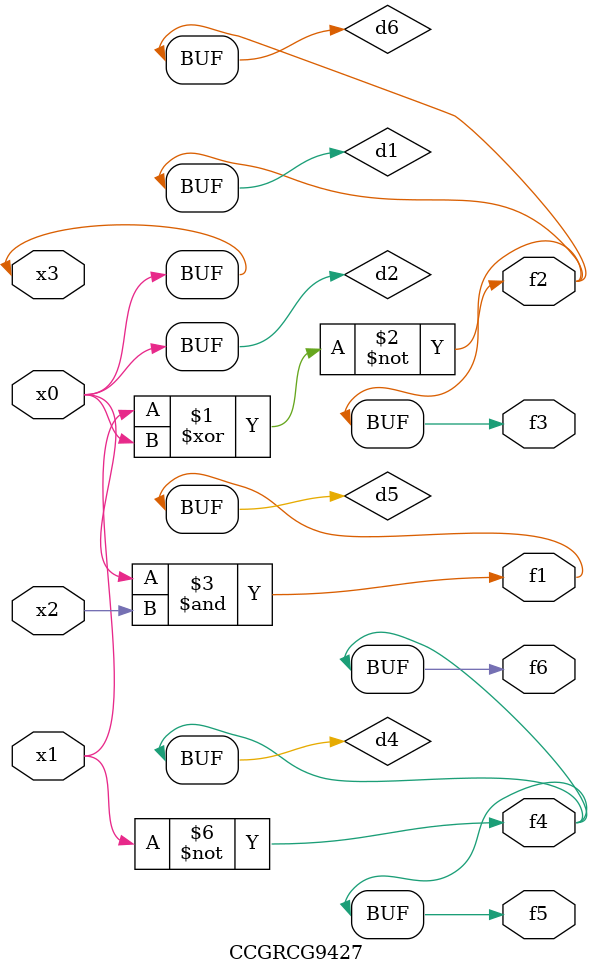
<source format=v>
module CCGRCG9427(
	input x0, x1, x2, x3,
	output f1, f2, f3, f4, f5, f6
);

	wire d1, d2, d3, d4, d5, d6;

	xnor (d1, x1, x3);
	buf (d2, x0, x3);
	nand (d3, x0, x2);
	not (d4, x1);
	nand (d5, d3);
	or (d6, d1);
	assign f1 = d5;
	assign f2 = d6;
	assign f3 = d6;
	assign f4 = d4;
	assign f5 = d4;
	assign f6 = d4;
endmodule

</source>
